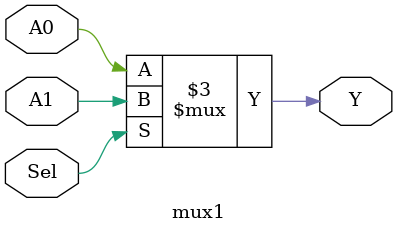
<source format=v>
`timescale 1ns / 1ps


module mux1(
    input A0,
    input A1,
    input Sel,
    output Y
    );

    // mux implemented as boolean logic
//    wire NSelect;
//    wire i, j;
//    not1(.A(Select), .Y(NSelect));
//    and1(.A(NSelect), .B(A0), .C(i));
//    and1(.A(Select), .B(A1), .C(j));
//    or1(.A(i), .B(j), .C(Y));

    // use infered mux
    always @(Sel or A0 or A1)
    begin
        case (Sel)
            1'b0: Y = A0;
            default: Y = A1;
        endcase
    end
endmodule

</source>
